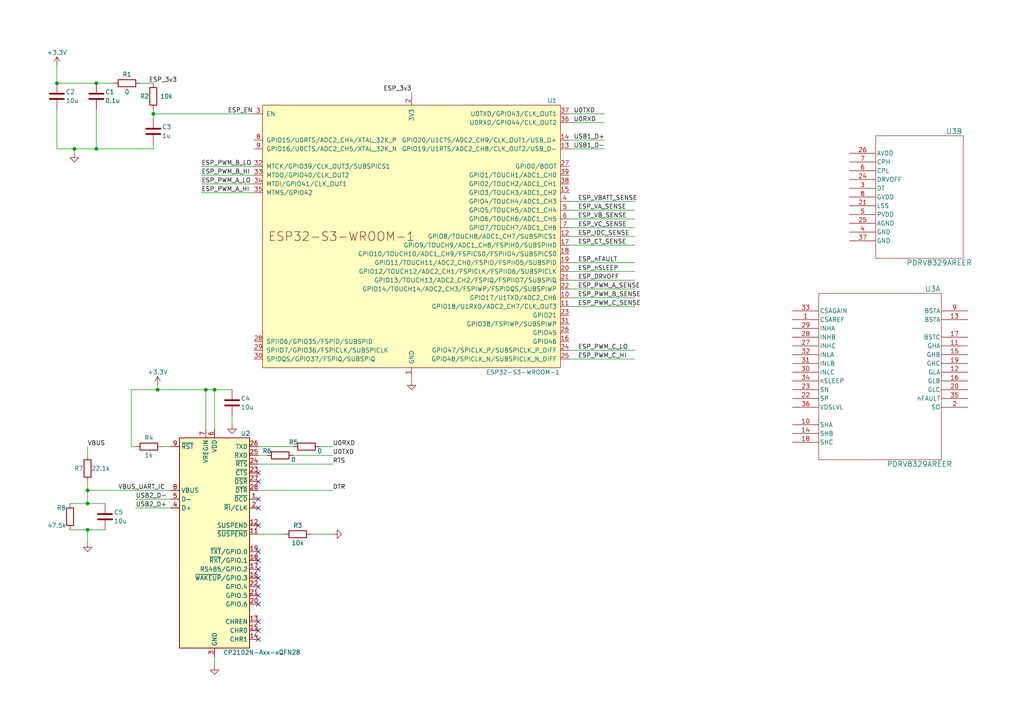
<source format=kicad_sch>
(kicad_sch (version 20230121) (generator eeschema)
  (paper "A4")
  (lib_symbols
    (symbol "2023-06-13_18-48-28:PDRV8329AREER" (pin_names (offset 0.254))
      (property "Reference" "U" (at 25.4 10.16 0))
      (property "Value" "PDRV8329AREER" (at 25.4 7.62 0))
      (symbol "PDRV8329AREER_1_1"
        (polyline (pts (xy 7.62 -43.18) (xy 43.18 -43.18)) (stroke (width 0.127)))
        (polyline (pts (xy 7.62 5.08) (xy 7.62 -43.18)) (stroke (width 0.127)))
        (polyline (pts (xy 43.18 -43.18) (xy 43.18 5.08)) (stroke (width 0.127)))
        (polyline (pts (xy 43.18 5.08) (xy 7.62 5.08)) (stroke (width 0.127)))
        (pin input line (at 0 -2.54 0) (length 7.62) (name "CSAREF") (number "1"))
        (pin bidirectional line (at 0 -33.02 0) (length 7.62) (name "SHA") (number "10"))
        (pin output line (at 50.8 -10.16 180) (length 7.62) (name "GHA") (number "11"))
        (pin output line (at 50.8 -17.78 180) (length 7.62) (name "GLA") (number "12"))
        (pin output line (at 50.8 -2.54 180) (length 7.62) (name "BSTA") (number "13"))
        (pin bidirectional line (at 0 -35.56 0) (length 7.62) (name "SHB") (number "14"))
        (pin output line (at 50.8 -12.7 180) (length 7.62) (name "GHB") (number "15"))
        (pin output line (at 50.8 -20.32 180) (length 7.62) (name "GLB") (number "16"))
        (pin output line (at 50.8 -7.62 180) (length 7.62) (name "BSTC") (number "17"))
        (pin bidirectional line (at 0 -38.1 0) (length 7.62) (name "SHC") (number "18"))
        (pin output line (at 50.8 -15.24 180) (length 7.62) (name "GHC") (number "19"))
        (pin output line (at 50.8 -27.94 180) (length 7.62) (name "SO") (number "2"))
        (pin output line (at 50.8 -22.86 180) (length 7.62) (name "GLC") (number "20"))
        (pin input line (at 0 -25.4 0) (length 7.62) (name "SP") (number "22"))
        (pin input line (at 0 -22.86 0) (length 7.62) (name "SN") (number "23"))
        (pin input line (at 0 -10.16 0) (length 7.62) (name "INHC") (number "27"))
        (pin input line (at 0 -7.62 0) (length 7.62) (name "INHB") (number "28"))
        (pin input line (at 0 -5.08 0) (length 7.62) (name "INHA") (number "29"))
        (pin input line (at 0 -17.78 0) (length 7.62) (name "INLC") (number "30"))
        (pin input line (at 0 -15.24 0) (length 7.62) (name "INLB") (number "31"))
        (pin input line (at 0 -12.7 0) (length 7.62) (name "INLA") (number "32"))
        (pin input line (at 0 0 0) (length 7.62) (name "CSAGAIN") (number "33"))
        (pin input line (at 0 -20.32 0) (length 7.62) (name "nSLEEP") (number "34"))
        (pin output line (at 50.8 -25.4 180) (length 7.62) (name "nFAULT") (number "35"))
        (pin input line (at 0 -27.94 0) (length 7.62) (name "VDSLVL") (number "36"))
        (pin output line (at 50.8 0 180) (length 7.62) (name "BSTA") (number "9"))
      )
      (symbol "PDRV8329AREER_2_1"
        (polyline (pts (xy 7.62 -30.48) (xy 33.02 -30.48)) (stroke (width 0.127)))
        (polyline (pts (xy 7.62 5.08) (xy 7.62 -30.48)) (stroke (width 0.127)))
        (polyline (pts (xy 33.02 -30.48) (xy 33.02 5.08)) (stroke (width 0.127)))
        (polyline (pts (xy 33.02 5.08) (xy 7.62 5.08)) (stroke (width 0.127)))
        (pin power_in line (at 0 -15.24 0) (length 7.62) (name "LSS") (number "21"))
        (pin power_in line (at 0 -7.62 0) (length 7.62) (name "DRVOFF") (number "24"))
        (pin power_out line (at 0 -20.32 0) (length 7.62) (name "AGND") (number "25"))
        (pin power_in line (at 0 0 0) (length 7.62) (name "AVDD") (number "26"))
        (pin power_in line (at 0 -10.16 0) (length 7.62) (name "DT") (number "3"))
        (pin power_out line (at 0 -25.4 0) (length 7.62) (name "GND") (number "37"))
        (pin power_out line (at 0 -22.86 0) (length 7.62) (name "GND") (number "4"))
        (pin power_in line (at 0 -17.78 0) (length 7.62) (name "PVDD") (number "5"))
        (pin power_in line (at 0 -5.08 0) (length 7.62) (name "CPL") (number "6"))
        (pin power_in line (at 0 -2.54 0) (length 7.62) (name "CPH") (number "7"))
        (pin power_in line (at 0 -12.7 0) (length 7.62) (name "GVDD") (number "8"))
      )
    )
    (symbol "Device:C" (pin_numbers hide) (pin_names (offset 0.254))
      (property "Reference" "C" (at 0.635 2.54 0))
      (property "Value" "C" (at 0.635 -2.54 0))
      (symbol "C_0_1"
        (polyline (pts (xy -2.032 -0.762) (xy 2.032 -0.762)) (stroke (width 0.508)))
        (polyline (pts (xy -2.032 0.762) (xy 2.032 0.762)) (stroke (width 0.508)))
      )
      (symbol "C_1_1"
        (pin passive line (at 0 3.81 270) (length 2.794) (name "~") (number "1"))
        (pin passive line (at 0 -3.81 90) (length 2.794) (name "~") (number "2"))
      )
    )
    (symbol "Device:R" (pin_numbers hide) (pin_names (offset 0))
      (property "Reference" "R" (at 2.032 0 90))
      (property "Value" "R" (at 0 0 90))
      (symbol "R_0_1"
        (rectangle (start -1.016 -2.54) (end 1.016 2.54) (stroke (width 0.254)))
      )
      (symbol "R_1_1"
        (pin passive line (at 0 3.81 270) (length 1.27) (name "~") (number "1"))
        (pin passive line (at 0 -3.81 90) (length 1.27) (name "~") (number "2"))
      )
    )
    (symbol "Interface_USB:CP2102N-Axx-xQFN28"
      (property "Reference" "U" (at -8.89 31.75 0))
      (property "Value" "CP2102N-Axx-xQFN28" (at 12.7 31.75 0))
      (symbol "CP2102N-Axx-xQFN28_0_1"
        (rectangle (start -10.16 30.48) (end 10.16 -30.48) (stroke (width 0.254)) (fill (type background)))
      )
      (symbol "CP2102N-Axx-xQFN28_1_1"
        (pin input line (at 12.7 12.7 180) (length 2.54) (name "~{DCD}") (number "1"))
        (pin no_connect line (at -10.16 -27.94 0) (length 2.54) hide (name "NC") (number "10"))
        (pin output line (at 12.7 2.54 180) (length 2.54) (name "~{SUSPEND}") (number "11"))
        (pin output line (at 12.7 5.08 180) (length 2.54) (name "SUSPEND") (number "12"))
        (pin output line (at 12.7 -22.86 180) (length 2.54) (name "CHREN") (number "13"))
        (pin output line (at 12.7 -27.94 180) (length 2.54) (name "CHR1") (number "14"))
        (pin output line (at 12.7 -25.4 180) (length 2.54) (name "CHR0") (number "15"))
        (pin bidirectional line (at 12.7 -10.16 180) (length 2.54) (name "~{WAKEUP}/GPIO.3") (number "16"))
        (pin bidirectional line (at 12.7 -7.62 180) (length 2.54) (name "RS485/GPIO.2") (number "17"))
        (pin bidirectional line (at 12.7 -5.08 180) (length 2.54) (name "~{RXT}/GPIO.1") (number "18"))
        (pin bidirectional line (at 12.7 -2.54 180) (length 2.54) (name "~{TXT}/GPIO.0") (number "19"))
        (pin bidirectional line (at 12.7 10.16 180) (length 2.54) (name "~{RI}/CLK") (number "2"))
        (pin bidirectional line (at 12.7 -17.78 180) (length 2.54) (name "GPIO.6") (number "20"))
        (pin bidirectional line (at 12.7 -15.24 180) (length 2.54) (name "GPIO.5") (number "21"))
        (pin bidirectional line (at 12.7 -12.7 180) (length 2.54) (name "GPIO.4") (number "22"))
        (pin input line (at 12.7 20.32 180) (length 2.54) (name "~{CTS}") (number "23"))
        (pin output line (at 12.7 22.86 180) (length 2.54) (name "~{RTS}") (number "24"))
        (pin input line (at 12.7 25.4 180) (length 2.54) (name "RXD") (number "25"))
        (pin output line (at 12.7 27.94 180) (length 2.54) (name "TXD") (number "26"))
        (pin input line (at 12.7 17.78 180) (length 2.54) (name "~{DSR}") (number "27"))
        (pin output line (at 12.7 15.24 180) (length 2.54) (name "~{DTR}") (number "28"))
        (pin passive line (at 0 -33.02 90) (length 2.54) hide (name "GND") (number "29"))
        (pin power_in line (at 0 -33.02 90) (length 2.54) (name "GND") (number "3"))
        (pin bidirectional line (at -12.7 10.16 0) (length 2.54) (name "D+") (number "4"))
        (pin bidirectional line (at -12.7 12.7 0) (length 2.54) (name "D-") (number "5"))
        (pin power_in line (at 0 33.02 270) (length 2.54) (name "VDD") (number "6"))
        (pin power_in line (at -2.54 33.02 270) (length 2.54) (name "VREGIN") (number "7"))
        (pin input line (at -12.7 15.24 0) (length 2.54) (name "VBUS") (number "8"))
        (pin input line (at -12.7 27.94 0) (length 2.54) (name "~{RST}") (number "9"))
      )
    )
    (symbol "PCM_Espressif:ESP32-S3-WROOM-1" (pin_names (offset 1.016))
      (property "Reference" "U" (at -43.18 43.18 0))
      (property "Value" "ESP32-S3-WROOM-1" (at -43.18 40.64 0))
      (symbol "ESP32-S3-WROOM-1_0_0"
        (text "ESP32-S3-WROOM-1" (at -20.32 0 0) (effects (font (size 2.54 2.54))))
        (pin power_in line (at 0 -40.64 90) (length 2.54) (name "GND") (number "1"))
        (pin bidirectional line (at 45.72 -17.78 180) (length 2.54) (name "GPIO17/U1TXD/ADC2_CH6") (number "10"))
        (pin bidirectional line (at 45.72 -20.32 180) (length 2.54) (name "GPIO18/U1RXD/ADC2_CH7/CLK_OUT3") (number "11"))
        (pin bidirectional line (at 45.72 0 180) (length 2.54) (name "GPIO8/TOUCH8/ADC1_CH7/SUBSPICS1") (number "12"))
        (pin bidirectional line (at 45.72 25.4 180) (length 2.54) (name "GPIO19/U1RTS/ADC2_CH8/CLK_OUT2/USB_D-") (number "13"))
        (pin bidirectional line (at 45.72 27.94 180) (length 2.54) (name "GPIO20/U1CTS/ADC2_CH9/CLK_OUT1/USB_D+") (number "14"))
        (pin bidirectional line (at 45.72 12.7 180) (length 2.54) (name "GPIO3/TOUCH3/ADC1_CH2") (number "15"))
        (pin bidirectional line (at 45.72 -30.48 180) (length 2.54) (name "GPIO46") (number "16"))
        (pin bidirectional line (at 45.72 -2.54 180) (length 2.54) (name "GPIO9/TOUCH9/ADC1_CH8/FSPIHD/SUBSPIHD") (number "17"))
        (pin bidirectional line (at 45.72 -5.08 180) (length 2.54) (name "GPIO10/TOUCH10/ADC1_CH9/FSPICS0/FSPIIO4/SUBSPICS0") (number "18"))
        (pin bidirectional line (at 45.72 -7.62 180) (length 2.54) (name "GPIO11/TOUCH11/ADC2_CH0/FSPID/FSPIIO5/SUBSPID") (number "19"))
        (pin power_in line (at 0 40.64 270) (length 2.54) (name "3V3") (number "2"))
        (pin bidirectional line (at 45.72 -10.16 180) (length 2.54) (name "GPIO12/TOUCH12/ADC2_CH1/FSPICLK/FSPIIO6/SUBSPICLK") (number "20"))
        (pin bidirectional line (at 45.72 -12.7 180) (length 2.54) (name "GPIO13/TOUCH13/ADC2_CH2/FSPIQ/FSPIIO7/SUBSPIQ") (number "21"))
        (pin bidirectional line (at 45.72 -15.24 180) (length 2.54) (name "GPIO14/TOUCH14/ADC2_CH3/FSPIWP/FSPIDQS/SUBSPIWP") (number "22"))
        (pin bidirectional line (at 45.72 -22.86 180) (length 2.54) (name "GPIO21") (number "23"))
        (pin bidirectional line (at 45.72 -33.02 180) (length 2.54) (name "GPIO47/SPICLK_P/SUBSPICLK_P_DIFF") (number "24"))
        (pin bidirectional line (at 45.72 -35.56 180) (length 2.54) (name "GPIO48/SPICLK_N/SUBSPICLK_N_DIFF") (number "25"))
        (pin bidirectional line (at 45.72 -27.94 180) (length 2.54) (name "GPIO45") (number "26"))
        (pin bidirectional line (at 45.72 20.32 180) (length 2.54) (name "GPIO0/BOOT") (number "27"))
        (pin bidirectional line (at -45.72 -30.48 0) (length 2.54) (name "SPIIO6/GPIO35/FSPID/SUBSPID") (number "28"))
        (pin bidirectional line (at -45.72 -33.02 0) (length 2.54) (name "SPIIO7/GPIO36/FSPICLK/SUBSPICLK") (number "29"))
        (pin input line (at -45.72 35.56 0) (length 2.54) (name "EN") (number "3"))
        (pin bidirectional line (at -45.72 -35.56 0) (length 2.54) (name "SPIDQS/GPIO37/FSPIQ/SUBSPIQ") (number "30"))
        (pin bidirectional line (at 45.72 -25.4 180) (length 2.54) (name "GPIO38/FSPIWP/SUBSPIWP") (number "31"))
        (pin bidirectional line (at -45.72 20.32 0) (length 2.54) (name "MTCK/GPIO39/CLK_OUT3/SUBSPICS1") (number "32"))
        (pin bidirectional line (at -45.72 17.78 0) (length 2.54) (name "MTDO/GPIO40/CLK_OUT2") (number "33"))
        (pin bidirectional line (at -45.72 15.24 0) (length 2.54) (name "MTDI/GPIO41/CLK_OUT1") (number "34"))
        (pin bidirectional line (at -45.72 12.7 0) (length 2.54) (name "MTMS/GPIO42") (number "35"))
        (pin bidirectional line (at 45.72 33.02 180) (length 2.54) (name "U0RXD/GPIO44/CLK_OUT2") (number "36"))
        (pin bidirectional line (at 45.72 35.56 180) (length 2.54) (name "U0TXD/GPIO43/CLK_OUT1") (number "37"))
        (pin bidirectional line (at 45.72 15.24 180) (length 2.54) (name "GPIO2/TOUCH2/ADC1_CH1") (number "38"))
        (pin bidirectional line (at 45.72 17.78 180) (length 2.54) (name "GPIO1/TOUCH1/ADC1_CH0") (number "39"))
        (pin bidirectional line (at 45.72 10.16 180) (length 2.54) (name "GPIO4/TOUCH4/ADC1_CH3") (number "4"))
        (pin passive line (at 0 -40.64 90) (length 2.54) hide (name "GND") (number "40"))
        (pin passive line (at 0 -40.64 90) (length 2.54) hide (name "GND") (number "41"))
        (pin bidirectional line (at 45.72 7.62 180) (length 2.54) (name "GPIO5/TOUCH5/ADC1_CH4") (number "5"))
        (pin bidirectional line (at 45.72 5.08 180) (length 2.54) (name "GPIO6/TOUCH6/ADC1_CH5") (number "6"))
        (pin bidirectional line (at 45.72 2.54 180) (length 2.54) (name "GPIO7/TOUCH7/ADC1_CH6") (number "7"))
        (pin bidirectional line (at -45.72 27.94 0) (length 2.54) (name "GPIO15/U0RTS/ADC2_CH4/XTAL_32K_P") (number "8"))
        (pin bidirectional line (at -45.72 25.4 0) (length 2.54) (name "GPIO16/U0CTS/ADC2_CH5/XTAL_32K_N") (number "9"))
      )
      (symbol "ESP32-S3-WROOM-1_0_1"
        (rectangle (start -43.18 38.1) (end 43.18 -38.1) (fill (type background)))
      )
    )
    (symbol "power:+3.3V" (power) (pin_names (offset 0))
      (property "Value" "+3.3V" (at 0 3.556 0))
      (symbol "+3.3V_0_1"
        (polyline (pts (xy -0.762 1.27) (xy 0 2.54)))
        (polyline (pts (xy 0 0) (xy 0 2.54)))
        (polyline (pts (xy 0 2.54) (xy 0.762 1.27)))
      )
      (symbol "+3.3V_1_1"
        (pin power_in line (at 0 0 90) (length 0) hide (name "+3.3V") (number "1"))
      )
    )
    (symbol "power:GND" (power) (pin_names (offset 0))
      (property "Value" "GND" (at 0 -3.81 0))
      (symbol "GND_0_1"
        (polyline (pts (xy 0 0) (xy 0 -1.27) (xy 1.27 -1.27) (xy 0 -2.54) (xy -1.27 -1.27) (xy 0 -1.27)))
      )
      (symbol "GND_1_1"
        (pin power_in line (at 0 0 270) (length 0) hide (name "GND") (number "1"))
      )
    )
  )
  (junction (at 62.23 113.03))
  (junction (at 25.4 142.24))
  (junction (at 27.94 43.18))
  (junction (at 21.59 43.18))
  (junction (at 25.4 153.67))
  (junction (at 45.72 113.03))
  (junction (at 16.51 24.13))
  (junction (at 44.45 33.02))
  (junction (at 59.69 113.03))
  (junction (at 25.4 146.05))
  (junction (at 27.94 24.13))
  (no_connect (at 74.93 185.42))
  (no_connect (at 74.93 162.56))
  (no_connect (at 74.93 160.02))
  (no_connect (at 74.93 167.64))
  (no_connect (at 74.93 144.78))
  (no_connect (at 74.93 165.1))
  (no_connect (at 74.93 180.34))
  (no_connect (at 74.93 182.88))
  (no_connect (at 74.93 152.4))
  (no_connect (at 74.93 139.7))
  (no_connect (at 74.93 137.16))
  (no_connect (at 74.93 147.32))
  (no_connect (at 74.93 175.26))
  (no_connect (at 74.93 170.18))
  (no_connect (at 74.93 172.72))
  (wire (pts (xy 67.31 120.65) (xy 67.31 123.19)))
  (wire (pts (xy 25.4 142.24) (xy 25.4 146.05)))
  (wire (pts (xy 38.1 129.54) (xy 39.37 129.54)))
  (wire (pts (xy 16.51 43.18) (xy 21.59 43.18)))
  (wire (pts (xy 25.4 139.7) (xy 25.4 142.24)))
  (wire (pts (xy 58.42 48.26) (xy 73.66 48.26)))
  (wire (pts (xy 74.93 142.24) (xy 96.52 142.24)))
  (wire (pts (xy 25.4 146.05) (xy 30.48 146.05)))
  (wire (pts (xy 16.51 19.05) (xy 16.51 24.13)))
  (wire (pts (xy 92.71 129.54) (xy 96.52 129.54)))
  (wire (pts (xy 165.1 63.5) (xy 184.15 63.5)))
  (wire (pts (xy 165.1 88.9) (xy 184.15 88.9)))
  (wire (pts (xy 38.1 113.03) (xy 38.1 129.54)))
  (wire (pts (xy 165.1 81.28) (xy 184.15 81.28)))
  (wire (pts (xy 165.1 78.74) (xy 184.15 78.74)))
  (wire (pts (xy 165.1 66.04) (xy 184.15 66.04)))
  (wire (pts (xy 90.17 154.94) (xy 96.52 154.94)))
  (wire (pts (xy 165.1 104.14) (xy 184.15 104.14)))
  (wire (pts (xy 45.72 113.03) (xy 38.1 113.03)))
  (wire (pts (xy 27.94 43.18) (xy 27.94 31.75)))
  (wire (pts (xy 46.99 129.54) (xy 49.53 129.54)))
  (wire (pts (xy 25.4 129.54) (xy 25.4 132.08)))
  (wire (pts (xy 40.64 24.13) (xy 44.45 24.13)))
  (wire (pts (xy 58.42 53.34) (xy 73.66 53.34)))
  (wire (pts (xy 74.93 132.08) (xy 77.47 132.08)))
  (wire (pts (xy 62.23 113.03) (xy 67.31 113.03)))
  (wire (pts (xy 33.02 24.13) (xy 27.94 24.13)))
  (wire (pts (xy 39.37 144.78) (xy 49.53 144.78)))
  (wire (pts (xy 45.72 113.03) (xy 59.69 113.03)))
  (wire (pts (xy 21.59 43.18) (xy 21.59 44.45)))
  (wire (pts (xy 74.93 134.62) (xy 96.52 134.62)))
  (wire (pts (xy 165.1 58.42) (xy 184.15 58.42)))
  (wire (pts (xy 165.1 101.6) (xy 184.15 101.6)))
  (wire (pts (xy 165.1 43.18) (xy 175.26 43.18)))
  (wire (pts (xy 25.4 153.67) (xy 30.48 153.67)))
  (wire (pts (xy 165.1 76.2) (xy 184.15 76.2)))
  (wire (pts (xy 119.38 109.22) (xy 119.38 110.49)))
  (wire (pts (xy 16.51 31.75) (xy 16.51 43.18)))
  (wire (pts (xy 62.23 190.5) (xy 62.23 193.04)))
  (wire (pts (xy 44.45 33.02) (xy 44.45 34.29)))
  (wire (pts (xy 25.4 142.24) (xy 49.53 142.24)))
  (wire (pts (xy 62.23 124.46) (xy 62.23 113.03)))
  (wire (pts (xy 165.1 86.36) (xy 184.15 86.36)))
  (wire (pts (xy 25.4 153.67) (xy 25.4 157.48)))
  (wire (pts (xy 44.45 41.91) (xy 44.45 43.18)))
  (wire (pts (xy 45.72 111.76) (xy 45.72 113.03)))
  (wire (pts (xy 62.23 113.03) (xy 59.69 113.03)))
  (wire (pts (xy 165.1 71.12) (xy 184.15 71.12)))
  (wire (pts (xy 25.4 146.05) (xy 20.32 146.05)))
  (wire (pts (xy 59.69 113.03) (xy 59.69 124.46)))
  (wire (pts (xy 165.1 33.02) (xy 175.26 33.02)))
  (wire (pts (xy 20.32 153.67) (xy 25.4 153.67)))
  (wire (pts (xy 74.93 154.94) (xy 82.55 154.94)))
  (wire (pts (xy 74.93 129.54) (xy 85.09 129.54)))
  (wire (pts (xy 58.42 55.88) (xy 73.66 55.88)))
  (wire (pts (xy 119.38 26.67) (xy 119.38 27.94)))
  (wire (pts (xy 39.37 147.32) (xy 49.53 147.32)))
  (wire (pts (xy 44.45 33.02) (xy 73.66 33.02)))
  (wire (pts (xy 44.45 31.75) (xy 44.45 33.02)))
  (wire (pts (xy 44.45 43.18) (xy 27.94 43.18)))
  (wire (pts (xy 58.42 50.8) (xy 73.66 50.8)))
  (wire (pts (xy 85.09 132.08) (xy 96.52 132.08)))
  (wire (pts (xy 165.1 40.64) (xy 175.26 40.64)))
  (wire (pts (xy 16.51 24.13) (xy 27.94 24.13)))
  (wire (pts (xy 165.1 83.82) (xy 184.15 83.82)))
  (wire (pts (xy 165.1 35.56) (xy 175.26 35.56)))
  (wire (pts (xy 165.1 68.58) (xy 184.15 68.58)))
  (wire (pts (xy 165.1 60.96) (xy 184.15 60.96)))
  (wire (pts (xy 21.59 43.18) (xy 27.94 43.18)))
  (label "VBUS" (at 25.4 129.54 0))
  (label "U0TXD" (at 166.37 33.02 0))
  (label "ESP_3v3" (at 43.18 24.13 0))
  (label "USB2_D+" (at 39.37 147.32 0))
  (label "RTS" (at 96.52 134.62 0))
  (label "ESP_PWM_A_SENSE" (at 167.64 83.82 0))
  (label "ESP_CT_SENSE" (at 167.64 71.12 0))
  (label "ESP_PWM_B_HI" (at 58.42 50.8 0))
  (label "ESP_PWM_B_SENSE" (at 167.64 86.36 0))
  (label "USB1_D-" (at 166.37 43.18 0))
  (label "ESP_VBATT_SENSE" (at 167.64 58.42 0))
  (label "DTR" (at 96.52 142.24 0))
  (label "U0RXD" (at 96.52 129.54 0))
  (label "ESP_nSLEEP" (at 167.64 78.74 0))
  (label "ESP_PWM_C_SENSE" (at 167.64 88.9 0))
  (label "ESP_VC_SENSE" (at 167.64 66.04 0))
  (label "USB1_D+" (at 166.37 40.64 0))
  (label "ESP_nFAULT" (at 167.64 76.2 0))
  (label "ESP_PWM_A_LO" (at 58.42 53.34 0))
  (label "U0RXD" (at 166.37 35.56 0))
  (label "VBUS_UART_IC" (at 34.29 142.24 0))
  (label "ESP_PWM_C_LO" (at 167.64 101.6 0))
  (label "ESP_PWM_B_LO" (at 58.42 48.26 0))
  (label "USB2_D-" (at 39.37 144.78 0))
  (label "U0TXD" (at 96.52 132.08 0))
  (label "ESP_VA_SENSE" (at 167.64 60.96 0))
  (label "ESP_PWM_C_HI" (at 167.64 104.14 0))
  (label "ESP_3v3" (at 119.38 26.67 180))
  (label "ESP_DRVOFF" (at 167.64 81.28 0))
  (label "ESP_IDC_SENSE" (at 167.64 68.58 0))
  (label "ESP_VB_SENSE" (at 167.64 63.5 0))
  (label "ESP_PWM_A_HI" (at 58.42 55.88 0))
  (label "ESP_EN" (at 66.04 33.02 0))
  (symbol (lib_id "power:+3.3V") (at 16.51 19.05 0) (unit 1)
    (property "Reference" "#PWR02" (effects hide))
    (property "Value" "+3.3V" (at 16.51 15.24 0))
  )
  (symbol (lib_id "power:GND") (at 67.31 123.19 0) (unit 1)
    (property "Reference" "#PWR06" (effects hide))
    (property "Value" "GND" (effects hide))
  )
  (symbol (lib_id "power:GND") (at 62.23 193.04 0) (unit 1)
    (property "Reference" "#PWR07" (effects hide))
    (property "Value" "GND" (effects hide))
  )
  (symbol (lib_id "Device:C") (at 16.51 27.94 0) (unit 1)
    (property "Reference" "C2" (at 19.05 26.67 0) (effects (justify left)))
    (property "Value" "10u" (at 19.05 29.21 0) (effects (justify left)))
  )
  (symbol (lib_id "Device:R") (at 36.83 24.13 90) (unit 1)
    (property "Reference" "R1" (at 36.83 21.59 90))
    (property "Value" "0" (at 36.83 26.67 90))
  )
  (symbol (lib_id "Device:R") (at 81.28 132.08 270) (unit 1)
    (property "Reference" "R6" (at 77.47 130.81 90))
    (property "Value" "0" (at 85.09 133.35 90))
  )
  (symbol (lib_id "Device:C") (at 27.94 27.94 0) (unit 1)
    (property "Reference" "C1" (at 30.48 26.67 0) (effects (justify left)))
    (property "Value" "0.1u" (at 30.48 29.21 0) (effects (justify left)))
  )
  (symbol (lib_id "Device:R") (at 25.4 135.89 0) (unit 1)
    (property "Reference" "R7" (at 22.86 135.89 0))
    (property "Value" "22.1k" (at 29.21 135.89 0))
  )
  (symbol (lib_id "power:GND") (at 21.59 44.45 0) (unit 1)
    (property "Reference" "#PWR03" (effects hide))
    (property "Value" "GND" (effects hide))
  )
  (symbol (lib_id "power:GND") (at 25.4 157.48 0) (unit 1)
    (property "Reference" "#PWR08" (effects hide))
    (property "Value" "GND" (effects hide))
  )
  (symbol (lib_id "Interface_USB:CP2102N-Axx-xQFN28") (at 62.23 157.48 0) (unit 1)
    (property "Reference" "U2" (at 69.85 125.73 0) (effects (justify left)))
    (property "Value" "CP2102N-Axx-xQFN28" (at 64.77 189.23 0) (effects (justify left)))
    (property "Footprint" "Package_DFN_QFN:QFN-28-1EP_5x5mm_P0.5mm_EP3.35x3.35mm" (effects hide))
    (property "Datasheet" "https://www.silabs.com/documents/public/data-sheets/cp2102n-datasheet.pdf" (effects hide))
  )
  (symbol (lib_id "Device:C") (at 44.45 38.1 0) (unit 1)
    (property "Reference" "C3" (at 46.99 36.83 0) (effects (justify left)))
    (property "Value" "1u" (at 46.99 39.37 0) (effects (justify left)))
  )
  (symbol (lib_id "2023-06-13_18-48-28:PDRV8329AREER") (at 246.38 44.45 0) (unit 2)
    (property "Reference" "U3" (at 274.32 38.1 0) (effects (font (size 1.524 1.524)) (justify left)))
    (property "Value" "PDRV8329AREER" (at 262.89 76.2 0) (effects (font (size 1.524 1.524)) (justify left)))
    (property "Footprint" "WQFN36_REE_TEX" (effects hide))
    (property "Datasheet" "PDRV8329AREER" (effects hide))
  )
  (symbol (lib_id "power:GND") (at 119.38 110.49 0) (unit 1)
    (property "Reference" "#PWR01" (effects hide))
    (property "Value" "GND" (effects hide))
  )
  (symbol (lib_id "Device:R") (at 20.32 149.86 180) (unit 1)
    (property "Reference" "R8" (at 17.78 147.32 0))
    (property "Value" "47.5k" (at 16.51 152.4 0))
  )
  (symbol (lib_id "Device:R") (at 43.18 129.54 270) (unit 1)
    (property "Reference" "R4" (at 43.18 127 90))
    (property "Value" "1k" (at 43.18 132.08 90))
  )
  (symbol (lib_id "power:GND") (at 96.52 154.94 90) (unit 1)
    (property "Reference" "#PWR04" (effects hide))
    (property "Value" "GND" (effects hide))
  )
  (symbol (lib_id "Device:R") (at 86.36 154.94 270) (unit 1)
    (property "Reference" "R3" (at 86.36 152.4 90))
    (property "Value" "10k" (at 86.36 157.48 90))
  )
  (symbol (lib_id "Device:R") (at 44.45 27.94 180) (unit 1)
    (property "Reference" "R2" (at 41.91 27.94 0))
    (property "Value" "10k" (at 48.26 27.94 0))
  )
  (symbol (lib_id "Device:C") (at 67.31 116.84 0) (unit 1)
    (property "Reference" "C4" (at 69.85 115.57 0) (effects (justify left)))
    (property "Value" "10u" (at 69.85 118.11 0) (effects (justify left)))
  )
  (symbol (lib_id "2023-06-13_18-48-28:PDRV8329AREER") (at 229.87 90.17 0) (unit 1)
    (property "Reference" "U3" (at 270.51 83.82 0) (effects (font (size 1.524 1.524))))
    (property "Value" "PDRV8329AREER" (at 266.7 134.62 0) (effects (font (size 1.524 1.524))))
    (property "Footprint" "WQFN36_REE_TEX" (effects hide))
    (property "Datasheet" "PDRV8329AREER" (effects hide))
  )
  (symbol (lib_id "PCM_Espressif:ESP32-S3-WROOM-1") (at 119.38 68.58 0) (unit 1)
    (property "Reference" "U1" (at 158.75 29.21 0) (effects (justify left)))
    (property "Value" "ESP32-S3-WROOM-1" (at 140.97 107.95 0) (effects (justify left)))
    (property "Footprint" "Espressif:ESP32-S3-WROOM-1" (effects hide))
    (property "Datasheet" "https://www.espressif.com/sites/default/files/documentation/esp32-s3-wroom-1_wroom-1u_datasheet_en.pdf" (effects hide))
  )
  (symbol (lib_id "Device:C") (at 30.48 149.86 0) (unit 1)
    (property "Reference" "C5" (at 33.02 148.59 0) (effects (justify left)))
    (property "Value" "10u" (at 33.02 151.13 0) (effects (justify left)))
  )
  (symbol (lib_id "power:+3.3V") (at 45.72 111.76 0) (unit 1)
    (property "Reference" "#PWR05" (effects hide))
    (property "Value" "+3.3V" (at 45.72 107.95 0))
  )
  (symbol (lib_id "Device:R") (at 88.9 129.54 270) (unit 1)
    (property "Reference" "R5" (at 85.09 128.27 90))
    (property "Value" "0" (at 92.71 130.81 90))
  )
)
</source>
